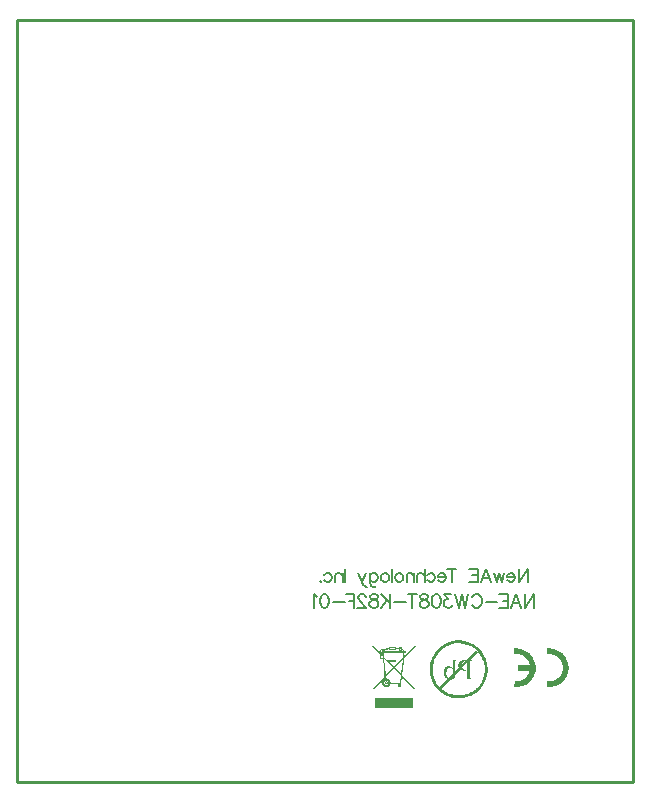
<source format=gbo>
G04*
G04 #@! TF.GenerationSoftware,Altium Limited,Altium Designer,18.1.9 (240)*
G04*
G04 Layer_Color=32896*
%FSLAX25Y25*%
%MOIN*%
G70*
G01*
G75*
%ADD15C,0.01000*%
%ADD44C,0.00700*%
G36*
X452900Y192010D02*
X448989Y187938D01*
X448874Y186827D01*
X448619Y184166D01*
X448434Y182245D01*
X452622Y177918D01*
X452345Y177640D01*
X448388Y181690D01*
X448156Y179214D01*
X448041D01*
Y178265D01*
X447161D01*
Y179214D01*
X444431D01*
X444338Y179029D01*
X444199Y178844D01*
X444014Y178635D01*
X443760Y178450D01*
X443459Y178358D01*
X443181Y178335D01*
X442904D01*
X442695Y178404D01*
X442441Y178497D01*
X442233Y178635D01*
X442070Y178797D01*
X441909Y179029D01*
X441793Y179283D01*
X441723Y179515D01*
X441700Y179723D01*
X441723Y179954D01*
X441770Y180140D01*
X441839Y180325D01*
X441932Y180510D01*
X442047Y180672D01*
X442209Y180834D01*
X442394Y180949D01*
X442556Y181019D01*
X442533Y181227D01*
X439062Y177640D01*
X438785Y177941D01*
X442487Y181782D01*
X442186Y185138D01*
X441978Y187567D01*
X440867D01*
Y189118D01*
X441168D01*
X438345Y192010D01*
X438646Y192288D01*
X441284Y189558D01*
Y189766D01*
X441237Y189812D01*
X441168Y189858D01*
X441099Y189928D01*
X441029Y189997D01*
X440983Y190113D01*
X440960Y190205D01*
X440937Y190321D01*
X440960Y190460D01*
X441006Y190552D01*
X441099Y190715D01*
X441214Y190807D01*
X441376Y190876D01*
X441538Y190900D01*
X441700Y190876D01*
X441839Y190830D01*
X441955Y190761D01*
X442001Y190691D01*
X442117Y190784D01*
X442279Y190900D01*
X442487Y190992D01*
X442788Y191108D01*
X443112Y191200D01*
X443436Y191270D01*
X443783Y191339D01*
X444061Y191362D01*
Y191709D01*
X446282D01*
Y191409D01*
X446467D01*
X446745Y191385D01*
X447046Y191339D01*
X447346Y191293D01*
Y191478D01*
X448295D01*
Y191038D01*
X448411Y190969D01*
X448573Y190900D01*
X448735Y190807D01*
X448874Y190715D01*
X449013Y190599D01*
X449105Y190506D01*
X449151Y190437D01*
X449198Y190344D01*
X449174Y190182D01*
X449730D01*
Y189465D01*
X449128D01*
X449036Y188562D01*
X452622Y192288D01*
X452900Y192010D01*
D02*
G37*
G36*
X452067Y174447D02*
Y174401D01*
Y174308D01*
Y174216D01*
Y174123D01*
Y174030D01*
Y173984D01*
Y173961D01*
Y173591D01*
Y173244D01*
Y173082D01*
Y172966D01*
Y172897D01*
Y172873D01*
Y172457D01*
Y172272D01*
Y172110D01*
Y171971D01*
Y171879D01*
Y171809D01*
Y171786D01*
Y171624D01*
Y171508D01*
Y171416D01*
Y171369D01*
Y171300D01*
X439409D01*
Y171323D01*
Y171369D01*
Y171555D01*
Y171716D01*
Y171763D01*
Y171786D01*
Y172156D01*
Y172503D01*
Y172665D01*
Y172781D01*
Y172850D01*
Y172873D01*
Y173290D01*
Y173475D01*
Y173637D01*
Y173776D01*
Y173869D01*
Y173938D01*
Y173961D01*
Y174123D01*
Y174262D01*
Y174355D01*
Y174401D01*
Y174447D01*
Y174470D01*
X452067D01*
Y174447D01*
D02*
G37*
G36*
X467968Y193861D02*
X468685Y193769D01*
X469356Y193630D01*
X470004Y193445D01*
X470606Y193237D01*
X471161Y192982D01*
X471694Y192728D01*
X472156Y192473D01*
X472596Y192195D01*
X472966Y191941D01*
X473290Y191709D01*
X473568Y191478D01*
X473799Y191293D01*
X473938Y191154D01*
X474054Y191062D01*
X474077Y191038D01*
X474563Y190483D01*
X475002Y189928D01*
X475396Y189349D01*
X475697Y188771D01*
X475974Y188192D01*
X476206Y187614D01*
X476391Y187082D01*
X476553Y186549D01*
X476669Y186063D01*
X476761Y185600D01*
X476807Y185207D01*
X476854Y184860D01*
X476877Y184582D01*
X476900Y184374D01*
Y184235D01*
Y184212D01*
Y184189D01*
X476877Y183449D01*
X476784Y182754D01*
X476646Y182060D01*
X476460Y181435D01*
X476252Y180834D01*
X475997Y180255D01*
X475743Y179746D01*
X475489Y179260D01*
X475234Y178844D01*
X474979Y178450D01*
X474725Y178126D01*
X474517Y177849D01*
X474332Y177640D01*
X474193Y177478D01*
X474100Y177363D01*
X474077Y177339D01*
X473545Y176854D01*
X472966Y176414D01*
X472388Y176021D01*
X471809Y175720D01*
X471231Y175442D01*
X470675Y175211D01*
X470120Y175025D01*
X469588Y174864D01*
X469102Y174748D01*
X468639Y174655D01*
X468246Y174609D01*
X467899Y174563D01*
X467621Y174540D01*
X467413Y174516D01*
X467228D01*
X466487Y174540D01*
X465793Y174632D01*
X465122Y174771D01*
X464474Y174956D01*
X463872Y175164D01*
X463317Y175419D01*
X462785Y175673D01*
X462322Y175928D01*
X461882Y176182D01*
X461512Y176437D01*
X461188Y176692D01*
X460910Y176900D01*
X460679Y177085D01*
X460540Y177224D01*
X460424Y177316D01*
X460401Y177339D01*
X459892Y177895D01*
X459452Y178450D01*
X459082Y179029D01*
X458758Y179607D01*
X458481Y180186D01*
X458249Y180764D01*
X458064Y181320D01*
X457902Y181829D01*
X457786Y182315D01*
X457694Y182777D01*
X457648Y183171D01*
X457601Y183518D01*
X457578Y183796D01*
X457555Y184004D01*
Y184143D01*
Y184189D01*
X457578Y184930D01*
X457671Y185624D01*
X457809Y186318D01*
X457995Y186943D01*
X458203Y187544D01*
X458457Y188123D01*
X458712Y188632D01*
X458966Y189118D01*
X459244Y189558D01*
X459499Y189928D01*
X459730Y190252D01*
X459962Y190529D01*
X460147Y190761D01*
X460286Y190900D01*
X460378Y191015D01*
X460401Y191038D01*
X460933Y191548D01*
X461512Y191987D01*
X462067Y192357D01*
X462669Y192681D01*
X463224Y192959D01*
X463803Y193190D01*
X464358Y193376D01*
X464867Y193537D01*
X465353Y193653D01*
X465816Y193746D01*
X466209Y193792D01*
X466556Y193838D01*
X466834Y193861D01*
X467042Y193885D01*
X467228D01*
X467968Y193861D01*
D02*
G37*
G36*
X497930Y191166D02*
X498416Y191120D01*
X498855Y191004D01*
X499295Y190888D01*
X499688Y190749D01*
X500082Y190587D01*
X500429Y190425D01*
X500730Y190240D01*
X501031Y190055D01*
X501285Y189893D01*
X501493Y189731D01*
X501679Y189592D01*
X501840Y189477D01*
X501933Y189384D01*
X502002Y189315D01*
X502026Y189292D01*
X502350Y188921D01*
X502650Y188551D01*
X502905Y188181D01*
X503113Y187787D01*
X503298Y187394D01*
X503437Y187024D01*
X503576Y186653D01*
X503669Y186306D01*
X503738Y185983D01*
X503807Y185682D01*
X503831Y185404D01*
X503877Y185173D01*
Y184987D01*
X503900Y184849D01*
Y184756D01*
Y184733D01*
X503877Y184247D01*
X503807Y183784D01*
X503715Y183321D01*
X503599Y182905D01*
X503460Y182488D01*
X503298Y182118D01*
X503136Y181771D01*
X502951Y181447D01*
X502789Y181169D01*
X502627Y180915D01*
X502465Y180707D01*
X502326Y180521D01*
X502188Y180359D01*
X502095Y180267D01*
X502049Y180198D01*
X502026Y180174D01*
X501655Y179850D01*
X501285Y179550D01*
X500892Y179295D01*
X500498Y179087D01*
X500128Y178902D01*
X499735Y178763D01*
X499365Y178624D01*
X499017Y178531D01*
X498694Y178462D01*
X498393Y178393D01*
X498115Y178369D01*
X497884Y178323D01*
X497698D01*
X497560Y178300D01*
X497213D01*
X497004Y178323D01*
X496796D01*
Y180267D01*
X497027Y180244D01*
X497236Y180221D01*
X497444D01*
X497791Y180244D01*
X498115Y180267D01*
X498439Y180336D01*
X498740Y180429D01*
X499272Y180637D01*
X499735Y180892D01*
X499943Y181007D01*
X500128Y181123D01*
X500267Y181239D01*
X500406Y181331D01*
X500498Y181424D01*
X500568Y181493D01*
X500614Y181517D01*
X500637Y181540D01*
X500869Y181794D01*
X501077Y182072D01*
X501239Y182326D01*
X501401Y182604D01*
X501517Y182882D01*
X501632Y183136D01*
X501794Y183645D01*
X501887Y184085D01*
X501910Y184270D01*
X501933Y184432D01*
X501956Y184548D01*
Y184640D01*
Y184710D01*
Y184733D01*
X501933Y185080D01*
X501910Y185404D01*
X501840Y185728D01*
X501748Y186029D01*
X501540Y186561D01*
X501285Y187024D01*
X501169Y187232D01*
X501054Y187417D01*
X500938Y187556D01*
X500845Y187695D01*
X500753Y187787D01*
X500683Y187857D01*
X500660Y187903D01*
X500637Y187926D01*
X500383Y188158D01*
X500128Y188366D01*
X499851Y188551D01*
X499573Y188713D01*
X499318Y188829D01*
X499041Y188944D01*
X498555Y189106D01*
X498115Y189199D01*
X497907Y189222D01*
X497768Y189245D01*
X497629Y189268D01*
X497213D01*
X497004Y189245D01*
X496842Y189222D01*
X496796D01*
Y191166D01*
X497004Y191189D01*
X497444D01*
X497930Y191166D01*
D02*
G37*
G36*
X486962D02*
X487448Y191120D01*
X487887Y191004D01*
X488327Y190888D01*
X488720Y190749D01*
X489114Y190587D01*
X489461Y190425D01*
X489761Y190240D01*
X490062Y190055D01*
X490317Y189893D01*
X490525Y189731D01*
X490710Y189592D01*
X490872Y189477D01*
X490965Y189384D01*
X491034Y189315D01*
X491057Y189292D01*
X491381Y188921D01*
X491682Y188551D01*
X491937Y188181D01*
X492145Y187787D01*
X492330Y187394D01*
X492469Y187024D01*
X492608Y186653D01*
X492700Y186306D01*
X492770Y185983D01*
X492839Y185682D01*
X492862Y185404D01*
X492908Y185173D01*
Y184987D01*
X492932Y184849D01*
Y184756D01*
Y184733D01*
X492908Y184247D01*
X492839Y183784D01*
X492746Y183321D01*
X492631Y182905D01*
X492492Y182488D01*
X492330Y182118D01*
X492168Y181771D01*
X491983Y181447D01*
X491821Y181169D01*
X491659Y180915D01*
X491497Y180707D01*
X491358Y180521D01*
X491219Y180359D01*
X491127Y180267D01*
X491080Y180198D01*
X491057Y180174D01*
X490687Y179850D01*
X490317Y179550D01*
X489923Y179295D01*
X489530Y179087D01*
X489160Y178902D01*
X488766Y178763D01*
X488396Y178624D01*
X488049Y178531D01*
X487725Y178462D01*
X487424Y178393D01*
X487147Y178369D01*
X486915Y178323D01*
X486730D01*
X486591Y178300D01*
X486244D01*
X486036Y178323D01*
X485828D01*
X485851Y180267D01*
X486059Y180244D01*
X486267Y180221D01*
X486476D01*
X486776Y180244D01*
X487054Y180267D01*
X487586Y180383D01*
X488072Y180545D01*
X488489Y180730D01*
X488836Y180892D01*
X488975Y180984D01*
X489090Y181054D01*
X489206Y181123D01*
X489276Y181169D01*
X489299Y181216D01*
X489322D01*
X489738Y181609D01*
X490085Y182049D01*
X490363Y182465D01*
X490571Y182882D01*
X490710Y183229D01*
X490780Y183391D01*
X490826Y183530D01*
X490849Y183622D01*
X490872Y183715D01*
X490895Y183761D01*
Y183784D01*
X487123D01*
Y185705D01*
X490895D01*
X490733Y186260D01*
X490502Y186769D01*
X490247Y187209D01*
X489993Y187579D01*
X489738Y187880D01*
X489530Y188088D01*
X489368Y188227D01*
X489345Y188273D01*
X489322D01*
X489090Y188459D01*
X488836Y188597D01*
X488350Y188852D01*
X487864Y189037D01*
X487424Y189153D01*
X487054Y189222D01*
X486892Y189245D01*
X486753D01*
X486638Y189268D01*
X486244D01*
X486036Y189245D01*
X485874Y189222D01*
X485828D01*
Y191166D01*
X486082Y191189D01*
X486476D01*
X486962Y191166D01*
D02*
G37*
%LPC*%
G36*
X445865Y191316D02*
X444454D01*
Y191085D01*
X445865D01*
Y191316D01*
D02*
G37*
G36*
X446282Y190992D02*
Y190691D01*
X444061D01*
Y190946D01*
X443598Y190876D01*
X443181Y190784D01*
X442834Y190691D01*
X442556Y190552D01*
X442348Y190437D01*
X442186Y190275D01*
Y190182D01*
X447346D01*
Y190853D01*
X447022Y190923D01*
X446675Y190969D01*
X446282Y190992D01*
D02*
G37*
G36*
X447902Y191085D02*
X447740D01*
Y190552D01*
X447902D01*
Y191085D01*
D02*
G37*
G36*
X448295Y190576D02*
Y190182D01*
X448781D01*
Y190252D01*
X448665Y190367D01*
X448526Y190460D01*
X448295Y190576D01*
D02*
G37*
G36*
X441584Y190506D02*
X441561D01*
X441446Y190483D01*
X441376Y190414D01*
X441353Y190321D01*
Y190298D01*
X441376Y190182D01*
X441446Y190136D01*
X441538Y190113D01*
X441561D01*
X441677Y190136D01*
X441723Y190205D01*
X441747Y190275D01*
Y190298D01*
X441723Y190414D01*
X441654Y190483D01*
X441584Y190506D01*
D02*
G37*
G36*
X442047Y188724D02*
X441284D01*
Y187961D01*
X442047D01*
Y188724D01*
D02*
G37*
G36*
X445935Y186989D02*
X443852D01*
Y186850D01*
X445935D01*
Y186989D01*
D02*
G37*
G36*
X448712Y189465D02*
X442233D01*
X442279Y189118D01*
X442441D01*
Y188377D01*
X443413Y187382D01*
X446328D01*
Y186457D01*
X444315D01*
X445657Y185068D01*
X448596Y188123D01*
X448712Y189465D01*
D02*
G37*
G36*
X448526Y187475D02*
X445935Y184791D01*
X448064Y182592D01*
X448526Y187475D01*
D02*
G37*
G36*
X442441Y187799D02*
Y187567D01*
X442394D01*
X442857Y182176D01*
X445379Y184791D01*
X443760Y186457D01*
X443413D01*
Y186804D01*
X442441Y187799D01*
D02*
G37*
G36*
X445657Y184490D02*
X442904Y181644D01*
X442950Y181134D01*
X443135Y181158D01*
X443343Y181134D01*
X443598Y181065D01*
X443852Y180949D01*
X444037Y180810D01*
X444199Y180649D01*
X444361Y180417D01*
X444477Y180140D01*
X444547Y179839D01*
X444523Y179630D01*
X447786D01*
X448018Y182060D01*
X445657Y184490D01*
D02*
G37*
G36*
X443251Y180440D02*
X443135D01*
X442904Y180417D01*
X442741Y180325D01*
X442603Y180232D01*
X442533Y180093D01*
X442487Y179978D01*
X442441Y179862D01*
Y179769D01*
Y179746D01*
X442464Y179515D01*
X442556Y179353D01*
X442649Y179214D01*
X442788Y179145D01*
X442904Y179098D01*
X443019Y179075D01*
X443112Y179052D01*
X443135D01*
X443366Y179075D01*
X443528Y179168D01*
X443667Y179283D01*
X443737Y179399D01*
X443783Y179538D01*
X443806Y179630D01*
X443829Y179723D01*
Y179746D01*
X443806Y179978D01*
X443713Y180140D01*
X443598Y180278D01*
X443482Y180348D01*
X443343Y180394D01*
X443251Y180440D01*
D02*
G37*
G36*
X447647Y179214D02*
X447555D01*
Y178658D01*
X447647D01*
Y179214D01*
D02*
G37*
%LPD*%
G36*
X443297Y180186D02*
X443413Y180140D01*
X443482Y180070D01*
X443528Y179978D01*
X443598Y179815D01*
Y179769D01*
Y179746D01*
X443575Y179584D01*
X443528Y179468D01*
X443459Y179399D01*
X443366Y179353D01*
X443204Y179283D01*
X443135D01*
X442973Y179306D01*
X442857Y179353D01*
X442788Y179422D01*
X442718Y179515D01*
X442672Y179677D01*
Y179723D01*
Y179746D01*
X442695Y179908D01*
X442741Y180024D01*
X442811Y180093D01*
X442904Y180163D01*
X443066Y180209D01*
X443135D01*
X443297Y180186D01*
D02*
G37*
%LPC*%
G36*
X443158Y179815D02*
X443089D01*
X443066Y179792D01*
Y179769D01*
Y179746D01*
Y179700D01*
X443089Y179677D01*
X443135D01*
X443181Y179700D01*
X443204Y179723D01*
Y179746D01*
X443181Y179792D01*
X443158Y179815D01*
D02*
G37*
G36*
X467389Y192913D02*
X467228D01*
X466556Y192890D01*
X465932Y192797D01*
X465307Y192681D01*
X464751Y192519D01*
X464196Y192311D01*
X463687Y192103D01*
X463224Y191872D01*
X462785Y191640D01*
X462414Y191385D01*
X462067Y191154D01*
X461766Y190946D01*
X461535Y190738D01*
X461327Y190576D01*
X461188Y190460D01*
X461095Y190367D01*
X461072Y190344D01*
X460633Y189858D01*
X460239Y189349D01*
X459892Y188840D01*
X459591Y188308D01*
X459360Y187799D01*
X459152Y187290D01*
X458990Y186781D01*
X458851Y186318D01*
X458735Y185878D01*
X458666Y185462D01*
X458596Y185115D01*
X458573Y184791D01*
X458550Y184536D01*
X458527Y184351D01*
Y184235D01*
Y184189D01*
X458550Y183518D01*
X458642Y182893D01*
X458758Y182291D01*
X458920Y181713D01*
X459105Y181158D01*
X459337Y180649D01*
X459568Y180186D01*
X459799Y179769D01*
X460031Y179376D01*
X460262Y179029D01*
X460471Y178728D01*
X460679Y178497D01*
X460740Y178418D01*
X463409Y181088D01*
X463271Y181181D01*
X463155Y181273D01*
X463062Y181343D01*
X463039Y181366D01*
X462785Y181644D01*
X462600Y181967D01*
X462461Y182268D01*
X462368Y182569D01*
X462322Y182824D01*
X462276Y183032D01*
Y183171D01*
Y183194D01*
Y183217D01*
X462299Y183564D01*
X462345Y183888D01*
X462437Y184143D01*
X462507Y184374D01*
X462600Y184559D01*
X462692Y184675D01*
X462738Y184767D01*
X462761Y184791D01*
X462947Y184976D01*
X463155Y185115D01*
X463340Y185230D01*
X463525Y185300D01*
X463687Y185346D01*
X463803Y185369D01*
X463918D01*
X464196Y185323D01*
X464451Y185230D01*
X464682Y185091D01*
X464867Y184930D01*
X465052Y184767D01*
X465168Y184629D01*
X465261Y184536D01*
X465284Y184490D01*
Y187614D01*
X465492D01*
X466788Y187082D01*
X466718Y186919D01*
X466580Y186966D01*
X466487Y186989D01*
X466394D01*
X466256Y186966D01*
X466232Y186943D01*
X466209D01*
X466163Y186873D01*
X466117Y186804D01*
X466094Y186734D01*
Y186711D01*
Y186619D01*
X466071Y186503D01*
Y186202D01*
Y186040D01*
Y185924D01*
Y185832D01*
Y185809D01*
Y183726D01*
X467204Y184883D01*
X467158Y185115D01*
X467112Y185323D01*
Y185415D01*
Y185462D01*
Y185508D01*
Y185531D01*
X467135Y185739D01*
X467158Y185924D01*
X467228Y186110D01*
X467274Y186248D01*
X467343Y186364D01*
X467413Y186457D01*
X467436Y186503D01*
X467459Y186526D01*
X467598Y186688D01*
X467737Y186804D01*
X467875Y186919D01*
X468014Y186989D01*
X468130Y187058D01*
X468199Y187105D01*
X468269Y187128D01*
X468292D01*
X468500Y187197D01*
X468708Y187243D01*
X468940Y187267D01*
X469148Y187290D01*
X469333Y187313D01*
X469634D01*
X473036Y190691D01*
X473383Y190344D01*
X473637Y190090D01*
X473522Y190228D01*
X473429Y190321D01*
X473406Y190344D01*
X472920Y190807D01*
X472411Y191200D01*
X471879Y191524D01*
X471346Y191825D01*
X470837Y192080D01*
X470328Y192288D01*
X469819Y192450D01*
X469356Y192589D01*
X468917Y192704D01*
X468500Y192774D01*
X468153Y192843D01*
X467829Y192867D01*
X467575Y192890D01*
X467389Y192913D01*
D02*
G37*
G36*
X473637Y190090D02*
X473698Y190012D01*
X473707Y190020D01*
X473637Y190090D01*
D02*
G37*
G36*
X469217Y186896D02*
X469079Y186850D01*
X468963Y186804D01*
X468870Y186758D01*
X468847Y186734D01*
X468639Y186572D01*
X468500Y186410D01*
X468385Y186272D01*
X468361Y186225D01*
Y186202D01*
X468292Y186086D01*
X468269Y185994D01*
X468246Y185948D01*
Y185924D01*
X469217Y186896D01*
D02*
G37*
G36*
X470166Y186457D02*
X468385Y184675D01*
X468431Y184582D01*
X468500Y184513D01*
X468523Y184490D01*
X468546Y184467D01*
X468685Y184328D01*
X468824Y184235D01*
X468963Y184166D01*
X469102Y184120D01*
X469217Y184096D01*
X469310Y184073D01*
X469495D01*
X469611Y184096D01*
X469727D01*
X469865Y184120D01*
X470004Y184143D01*
X470120Y184166D01*
X470166D01*
Y186457D01*
D02*
G37*
G36*
X464335Y184675D02*
X464289D01*
X464127Y184652D01*
X463965Y184606D01*
X463687Y184467D01*
X463594Y184374D01*
X463525Y184305D01*
X463479Y184258D01*
X463456Y184235D01*
X463340Y184050D01*
X463247Y183842D01*
X463178Y183634D01*
X463132Y183425D01*
X463109Y183240D01*
X463085Y183101D01*
Y183009D01*
Y182963D01*
X463109Y182639D01*
X463132Y182361D01*
X463201Y182130D01*
X463271Y181944D01*
X463340Y181782D01*
X463386Y181690D01*
X463433Y181620D01*
X463456Y181597D01*
X463525Y181482D01*
X463594Y181412D01*
X463664Y181366D01*
X463687Y181343D01*
X465284Y182939D01*
Y184189D01*
X465075Y184374D01*
X464937Y184490D01*
X464821Y184536D01*
X464798Y184559D01*
X464613Y184629D01*
X464451Y184652D01*
X464335Y184675D01*
D02*
G37*
G36*
X473698Y190012D02*
X470999Y187313D01*
X471994D01*
Y187128D01*
X471740D01*
X471508Y187105D01*
X471346Y187035D01*
X471231Y186943D01*
X471208Y186919D01*
X471161Y186850D01*
X471115Y186758D01*
X471092Y186503D01*
X471069Y186387D01*
Y186272D01*
Y186202D01*
Y186179D01*
Y182037D01*
Y181852D01*
X471092Y181690D01*
Y181574D01*
X471115Y181482D01*
X471138Y181412D01*
Y181366D01*
X471161Y181343D01*
X471231Y181250D01*
X471323Y181204D01*
X471508Y181111D01*
X471670Y181088D01*
X471994D01*
Y180903D01*
X469241D01*
Y181088D01*
X469495D01*
X469727Y181111D01*
X469889Y181181D01*
X469981Y181250D01*
X470027Y181273D01*
X470074Y181343D01*
X470097Y181458D01*
X470143Y181713D01*
X470166Y181829D01*
Y181944D01*
Y182014D01*
Y182037D01*
Y183888D01*
X469935Y183842D01*
X469750Y183819D01*
X469634Y183796D01*
X469588D01*
X469380Y183773D01*
X469079D01*
X468801Y183796D01*
X468546Y183819D01*
X468338Y183888D01*
X468153Y183958D01*
X467991Y184004D01*
X467899Y184073D01*
X467829Y184096D01*
X467806Y184120D01*
X466071Y182361D01*
Y181320D01*
X465770Y181134D01*
X465515Y181019D01*
X465399Y180973D01*
X465330Y180926D01*
X465284Y180903D01*
X465261D01*
X464983Y180834D01*
X464751Y180787D01*
X464636Y180764D01*
X464474D01*
X461424Y177715D01*
X461072Y178034D01*
X461419Y177710D01*
X461424Y177715D01*
X461558Y177594D01*
X462067Y177201D01*
X462576Y176854D01*
X463109Y176553D01*
X463618Y176321D01*
X464127Y176113D01*
X464636Y175951D01*
X465099Y175812D01*
X465538Y175697D01*
X465955Y175627D01*
X466302Y175558D01*
X466626Y175535D01*
X466880Y175512D01*
X467065Y175488D01*
X467228D01*
X467899Y175512D01*
X468523Y175604D01*
X469148Y175720D01*
X469703Y175882D01*
X470259Y176090D01*
X470768Y176298D01*
X471231Y176530D01*
X471670Y176761D01*
X472064Y176992D01*
X472411Y177224D01*
X472688Y177455D01*
X472943Y177640D01*
X473151Y177802D01*
X473290Y177918D01*
X473383Y178011D01*
X473406Y178034D01*
X473845Y178520D01*
X474239Y179029D01*
X474586Y179538D01*
X474887Y180070D01*
X475118Y180579D01*
X475326Y181111D01*
X475489Y181597D01*
X475627Y182060D01*
X475743Y182500D01*
X475812Y182916D01*
X475882Y183263D01*
X475905Y183587D01*
X475928Y183842D01*
X475951Y184027D01*
Y184143D01*
Y184189D01*
X475928Y184860D01*
X475836Y185485D01*
X475720Y186110D01*
X475558Y186665D01*
X475350Y187220D01*
X475141Y187729D01*
X474910Y188192D01*
X474679Y188632D01*
X474447Y189002D01*
X474216Y189349D01*
X473984Y189650D01*
X473799Y189881D01*
X473698Y190012D01*
D02*
G37*
G36*
X460740Y178418D02*
X460725Y178404D01*
X460899Y178219D01*
X460956Y178149D01*
X461049Y178057D01*
X461072Y178034D01*
X460899Y178219D01*
X460841Y178288D01*
X460740Y178418D01*
D02*
G37*
%LPD*%
D15*
X320000Y146500D02*
X525500D01*
Y400500D01*
X320000D02*
X525500D01*
X320000Y146500D02*
Y400500D01*
D44*
X490247Y217778D02*
Y213279D01*
Y217778D02*
X487248Y213279D01*
Y217778D02*
Y213279D01*
X486005Y214992D02*
X483434D01*
Y215421D01*
X483648Y215849D01*
X483863Y216064D01*
X484291Y216278D01*
X484934D01*
X485362Y216064D01*
X485791Y215635D01*
X486005Y214992D01*
Y214564D01*
X485791Y213921D01*
X485362Y213493D01*
X484934Y213279D01*
X484291D01*
X483863Y213493D01*
X483434Y213921D01*
X482470Y216278D02*
X481613Y213279D01*
X480756Y216278D02*
X481613Y213279D01*
X480756Y216278D02*
X479899Y213279D01*
X479042Y216278D02*
X479899Y213279D01*
X474565D02*
X476279Y217778D01*
X477993Y213279D01*
X477350Y214778D02*
X475208D01*
X470730Y217778D02*
X473515D01*
Y213279D01*
X470730D01*
X473515Y215635D02*
X471801D01*
X464945Y217778D02*
Y213279D01*
X466445Y217778D02*
X463446D01*
X462910Y214992D02*
X460339D01*
Y215421D01*
X460554Y215849D01*
X460768Y216064D01*
X461196Y216278D01*
X461839D01*
X462267Y216064D01*
X462696Y215635D01*
X462910Y214992D01*
Y214564D01*
X462696Y213921D01*
X462267Y213493D01*
X461839Y213279D01*
X461196D01*
X460768Y213493D01*
X460339Y213921D01*
X456804Y215635D02*
X457233Y216064D01*
X457661Y216278D01*
X458304D01*
X458732Y216064D01*
X459161Y215635D01*
X459375Y214992D01*
Y214564D01*
X459161Y213921D01*
X458732Y213493D01*
X458304Y213279D01*
X457661D01*
X457233Y213493D01*
X456804Y213921D01*
X455840Y217778D02*
Y213279D01*
Y215421D02*
X455197Y216064D01*
X454769Y216278D01*
X454126D01*
X453698Y216064D01*
X453484Y215421D01*
Y213279D01*
X452305Y216278D02*
Y213279D01*
Y215421D02*
X451662Y216064D01*
X451234Y216278D01*
X450591D01*
X450163Y216064D01*
X449949Y215421D01*
Y213279D01*
X447699Y216278D02*
X448128Y216064D01*
X448556Y215635D01*
X448770Y214992D01*
Y214564D01*
X448556Y213921D01*
X448128Y213493D01*
X447699Y213279D01*
X447056D01*
X446628Y213493D01*
X446199Y213921D01*
X445985Y214564D01*
Y214992D01*
X446199Y215635D01*
X446628Y216064D01*
X447056Y216278D01*
X447699D01*
X445000Y217778D02*
Y213279D01*
X442986Y216278D02*
X443414Y216064D01*
X443843Y215635D01*
X444057Y214992D01*
Y214564D01*
X443843Y213921D01*
X443414Y213493D01*
X442986Y213279D01*
X442343D01*
X441915Y213493D01*
X441486Y213921D01*
X441272Y214564D01*
Y214992D01*
X441486Y215635D01*
X441915Y216064D01*
X442343Y216278D01*
X442986D01*
X437715D02*
Y212850D01*
X437930Y212207D01*
X438144Y211993D01*
X438573Y211779D01*
X439215D01*
X439644Y211993D01*
X437715Y215635D02*
X438144Y216064D01*
X438573Y216278D01*
X439215D01*
X439644Y216064D01*
X440072Y215635D01*
X440286Y214992D01*
Y214564D01*
X440072Y213921D01*
X439644Y213493D01*
X439215Y213279D01*
X438573D01*
X438144Y213493D01*
X437715Y213921D01*
X436302Y216278D02*
X435016Y213279D01*
X433731Y216278D02*
X435016Y213279D01*
X435444Y212422D01*
X435873Y211993D01*
X436302Y211779D01*
X436516D01*
X429446Y217778D02*
Y213279D01*
X428503Y216278D02*
Y213279D01*
Y215421D02*
X427860Y216064D01*
X427432Y216278D01*
X426789D01*
X426361Y216064D01*
X426147Y215421D01*
Y213279D01*
X422397Y215635D02*
X422826Y216064D01*
X423254Y216278D01*
X423897D01*
X424326Y216064D01*
X424754Y215635D01*
X424968Y214992D01*
Y214564D01*
X424754Y213921D01*
X424326Y213493D01*
X423897Y213279D01*
X423254D01*
X422826Y213493D01*
X422397Y213921D01*
X421219Y213707D02*
X421433Y213493D01*
X421219Y213279D01*
X421005Y213493D01*
X421219Y213707D01*
X492336Y209199D02*
Y204700D01*
Y209199D02*
X489337Y204700D01*
Y209199D02*
Y204700D01*
X484666D02*
X486380Y209199D01*
X488094Y204700D01*
X487451Y206200D02*
X485309D01*
X480831Y209199D02*
X483616D01*
Y204700D01*
X480831D01*
X483616Y207057D02*
X481902D01*
X480081Y206628D02*
X476225D01*
X471683Y208128D02*
X471897Y208556D01*
X472326Y208985D01*
X472754Y209199D01*
X473611D01*
X474040Y208985D01*
X474468Y208556D01*
X474683Y208128D01*
X474897Y207485D01*
Y206414D01*
X474683Y205771D01*
X474468Y205343D01*
X474040Y204914D01*
X473611Y204700D01*
X472754D01*
X472326Y204914D01*
X471897Y205343D01*
X471683Y205771D01*
X470419Y209199D02*
X469348Y204700D01*
X468277Y209199D02*
X469348Y204700D01*
X468277Y209199D02*
X467206Y204700D01*
X466134Y209199D02*
X467206Y204700D01*
X464806Y209199D02*
X462450D01*
X463735Y207485D01*
X463092D01*
X462664Y207271D01*
X462450Y207057D01*
X462235Y206414D01*
Y205985D01*
X462450Y205343D01*
X462878Y204914D01*
X463521Y204700D01*
X464163D01*
X464806Y204914D01*
X465020Y205129D01*
X465235Y205557D01*
X459943Y209199D02*
X460586Y208985D01*
X461014Y208342D01*
X461228Y207271D01*
Y206628D01*
X461014Y205557D01*
X460586Y204914D01*
X459943Y204700D01*
X459514D01*
X458872Y204914D01*
X458443Y205557D01*
X458229Y206628D01*
Y207271D01*
X458443Y208342D01*
X458872Y208985D01*
X459514Y209199D01*
X459943D01*
X456151D02*
X456793Y208985D01*
X457008Y208556D01*
Y208128D01*
X456793Y207699D01*
X456365Y207485D01*
X455508Y207271D01*
X454865Y207057D01*
X454437Y206628D01*
X454223Y206200D01*
Y205557D01*
X454437Y205129D01*
X454651Y204914D01*
X455294Y204700D01*
X456151D01*
X456793Y204914D01*
X457008Y205129D01*
X457222Y205557D01*
Y206200D01*
X457008Y206628D01*
X456579Y207057D01*
X455937Y207271D01*
X455080Y207485D01*
X454651Y207699D01*
X454437Y208128D01*
Y208556D01*
X454651Y208985D01*
X455294Y209199D01*
X456151D01*
X451716D02*
Y204700D01*
X453216Y209199D02*
X450216D01*
X449681Y206628D02*
X445824D01*
X444496Y209199D02*
Y204700D01*
X441497Y209199D02*
X444496Y206200D01*
X443425Y207271D02*
X441497Y204700D01*
X439419Y209199D02*
X440061Y208985D01*
X440276Y208556D01*
Y208128D01*
X440061Y207699D01*
X439633Y207485D01*
X438776Y207271D01*
X438133Y207057D01*
X437705Y206628D01*
X437491Y206200D01*
Y205557D01*
X437705Y205129D01*
X437919Y204914D01*
X438562Y204700D01*
X439419D01*
X440061Y204914D01*
X440276Y205129D01*
X440490Y205557D01*
Y206200D01*
X440276Y206628D01*
X439847Y207057D01*
X439205Y207271D01*
X438347Y207485D01*
X437919Y207699D01*
X437705Y208128D01*
Y208556D01*
X437919Y208985D01*
X438562Y209199D01*
X439419D01*
X436269Y208128D02*
Y208342D01*
X436055Y208771D01*
X435841Y208985D01*
X435412Y209199D01*
X434555D01*
X434127Y208985D01*
X433913Y208771D01*
X433699Y208342D01*
Y207914D01*
X433913Y207485D01*
X434341Y206842D01*
X436484Y204700D01*
X433484D01*
X432477Y209199D02*
Y204700D01*
Y209199D02*
X429692D01*
X432477Y207057D02*
X430763D01*
X429178Y206628D02*
X425322D01*
X422708Y209199D02*
X423351Y208985D01*
X423779Y208342D01*
X423993Y207271D01*
Y206628D01*
X423779Y205557D01*
X423351Y204914D01*
X422708Y204700D01*
X422280D01*
X421637Y204914D01*
X421208Y205557D01*
X420994Y206628D01*
Y207271D01*
X421208Y208342D01*
X421637Y208985D01*
X422280Y209199D01*
X422708D01*
X419987Y208342D02*
X419559Y208556D01*
X418916Y209199D01*
Y204700D01*
M02*

</source>
